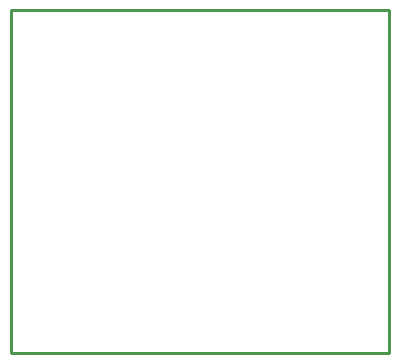
<source format=gko>
G04 Layer: BoardOutline*
G04 EasyEDA v6.3.53, 2020-06-26T16:53:54--4:00*
G04 395d111042f2402990e7a52cfaf045f1,10*
G04 Gerber Generator version 0.2*
G04 Scale: 100 percent, Rotated: No, Reflected: No *
G04 Dimensions in millimeters *
G04 leading zeros omitted , absolute positions ,3 integer and 3 decimal *
%FSLAX33Y33*%
%MOMM*%
G90*
G71D02*

%ADD10C,0.254000*%
G54D10*
G01X0Y28999D02*
G01X32000Y28999D01*
G01X32000Y0D01*
G01X0Y0D01*
G01X0Y28999D01*

%LPD*%
M00*
M02*

</source>
